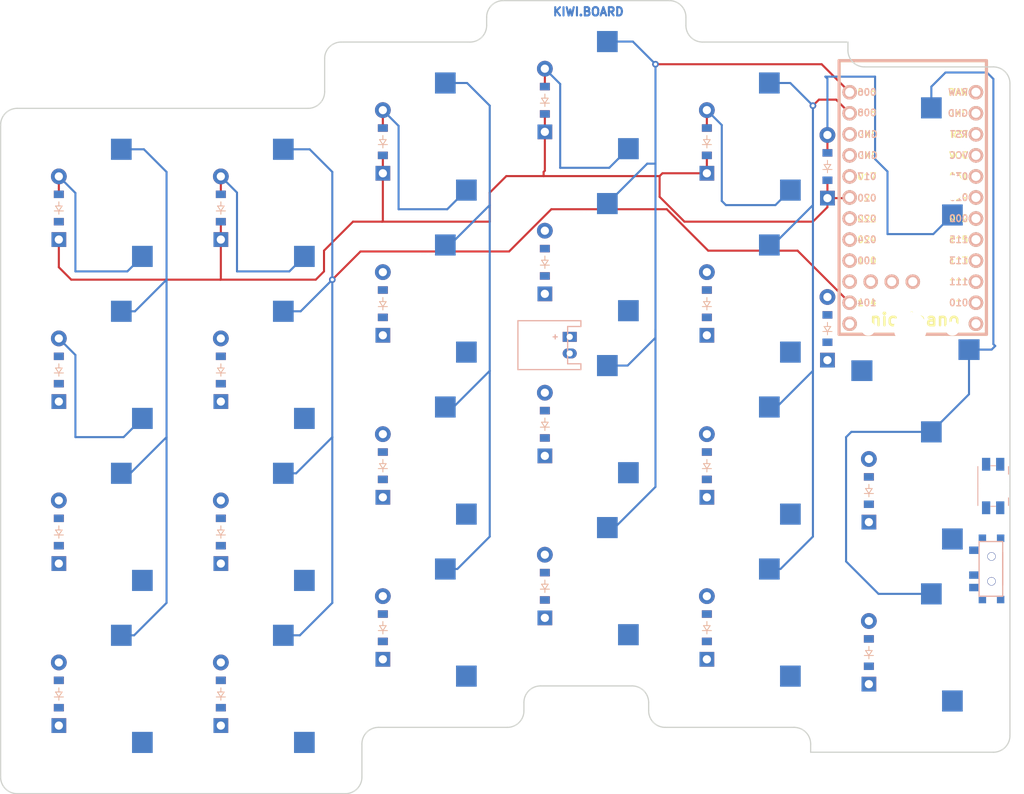
<source format=kicad_pcb>
(kicad_pcb (version 20240108) (generator "pcbnew") (generator_version "8.0")
  (title_block (title "left") (rev "v1.0.0") (company "Unknown"))
  (layers (0 "F.Cu" signal) (31 "B.Cu" signal) (34 "B.Paste" user) (35 "F.Paste" user) (36 "B.SilkS" user "B.Silkscreen") (37 "F.SilkS" user "F.Silkscreen") (38 "B.Mask" user) (39 "F.Mask" user) (44 "Edge.Cuts" user))
  (net 0 "")
  (net 1 "P106")
  (net 2 "outer_bottom")
  (net 3 "outer_home")
  (net 4 "outer_top")
  (net 5 "outer_num")
  (net 6 "P104")
  (net 7 "pinky_bottom")
  (net 8 "pinky_home")
  (net 9 "pinky_top")
  (net 10 "pinky_num")
  (net 11 "P011")
  (net 12 "ring_bottom")
  (net 13 "ring_home")
  (net 14 "ring_top")
  (net 15 "ring_num")
  (net 16 "P006")
  (net 17 "middle_bottom")
  (net 18 "middle_home")
  (net 19 "middle_top")
  (net 20 "middle_num")
  (net 21 "P008")
  (net 22 "index_bottom")
  (net 23 "index_home")
  (net 24 "index_top")
  (net 25 "index_num")
  (net 26 "P031")
  (net 27 "inner_bottom")
  (net 28 "inner_home")
  (net 29 "inner_num")
  (net 30 "inner_top")
  (net 31 "RAW")
  (net 32 "GND")
  (net 33 "RST")
  (net 34 "VCC")
  (net 35 "P029")
  (net 36 "P002")
  (net 37 "P115")
  (net 38 "P113")
  (net 39 "P111")
  (net 40 "P010")
  (net 41 "P009")
  (net 42 "P017")
  (net 43 "P020")
  (net 44 "P022")
  (net 45 "P024")
  (net 46 "P100")
  (net 47 "P101")
  (net 48 "P102")
  (net 49 "P107")
  (net 50 "pos")
  (footprint "E73:SPDT_C128955" (layer "F.Cu") (at 151.55 166.9 -90)
    (property "Reference" "T1" (hide yes))
    (property "Value" "" (hide yes))
  )
  (footprint "MX" (layer "F.Cu") (at 122.2 174 -90)
    (property "Reference" "S17" (hide yes))
    (property "Value" "" (hide yes))
  )
  (footprint "MX" (layer "F.Cu") (at 141.75 137.9 180)
    (property "Reference" "S24" (hide yes))
    (property "Value" "" (hide yes))
  )
  (footprint "MX" (layer "F.Cu") (at 44 162.45 -90)
    (property "Reference" "S2" (hide yes))
    (property "Value" "" (hide yes))
  )
  (footprint "MX" (layer "F.Cu") (at 83.1 174 -90)
    (property "Reference" "S9" (hide yes))
    (property "Value" "" (hide yes))
  )
  (footprint "ComboDiode" (layer "F.Cu") (at 39 162.45 90)
    (property "Reference" "D2" (hide yes))
    (property "Value" "" (hide yes))
  )
  (footprint "MX" (layer "F.Cu") (at 102.65 129.9 -90)
    (property "Reference" "S15" (hide yes))
    (property "Value" "" (hide yes))
  )
  (footprint "ComboDiode" (layer "F.Cu") (at 58.55 182 90)
    (property "Reference" "D5" (hide yes))
    (property "Value" "" (hide yes))
  )
  (footprint "ComboDiode" (layer "F.Cu") (at 78.1 115.35 90)
    (property "Reference" "D12" (hide yes))
    (property "Value" "" (hide yes))
  )
  (footprint "MX" (layer "F.Cu") (at 122.2 154.45 -90)
    (property "Reference" "S18" (hide yes))
    (property "Value" "" (hide yes))
  )
  (footprint "ComboDiode" (layer "F.Cu") (at 136.75 157.45 90)
    (property "Reference" "D22" (hide yes))
    (property "Value" "" (hide yes))
  )
  (footprint "MX" (layer "F.Cu") (at 63.55 142.9 -90)
    (property "Reference" "S7" (hide yes))
    (property "Value" "" (hide yes))
  )
  (footprint "MX" (layer "F.Cu") (at 44 123.35 -90)
    (property "Reference" "S4" (hide yes))
    (property "Value" "" (hide yes))
  )
  (footprint "ComboDiode" (layer "F.Cu") (at 58.55 162.45 90)
    (property "Reference" "D6" (hide yes))
    (property "Value" "" (hide yes))
  )
  (footprint "ComboDiode" (layer "F.Cu") (at 58.55 123.35 90)
    (property "Reference" "D8" (hide yes))
    (property "Value" "" (hide yes))
  )
  (footprint "ComboDiode" (layer "F.Cu") (at 117.2 154.45 90)
    (property "Reference" "D18" (hide yes))
    (property "Value" "" (hide yes))
  )
  (footprint "ComboDiode" (layer "F.Cu") (at 78.1 134.9 90)
    (property "Reference" "D11" (hide yes))
    (property "Value" "" (hide yes))
  )
  (footprint "ComboDiode" (layer "F.Cu") (at 117.2 134.9 90)
    (property "Reference" "D19" (hide yes))
    (property "Value" "" (hide yes))
  )
  (footprint "MX" (layer "F.Cu") (at 141.75 157.45 -90)
    (property "Reference" "S22" (hide yes))
    (property "Value" "" (hide yes))
  )
  (footprint "Panasonic_EVQPUL_EVQPUC" (layer "F.Cu") (at 151.75 156.9 -90)
    (property "Reference" "B1" (hide yes))
    (property "Value" "Panasonic_EVQPUL_EVQPUC" (hide yes))
  )
  (footprint "ComboDiode" (layer "F.Cu") (at 131.75 137.9 90)
    (property "Reference" "D23" (hide yes))
    (property "Value" "" (hide yes))
  )
  (footprint "ComboDiode" (layer "F.Cu") (at 117.2 115.35 90)
    (property "Reference" "D20" (hide yes))
    (property "Value" "" (hide yes))
  )
  (footprint "ComboDiode" (layer "F.Cu") (at 39 182 90)
    (property "Reference" "D1" (hide yes))
    (property "Value" "" (hide yes))
  )
  (footprint "ComboDiode" (layer "F.Cu") (at 78.1 174 90)
    (property "Reference" "D9" (hide yes))
    (property "Value" "" (hide yes))
  )
  (footprint "MX" (layer "F.Cu") (at 141.75 118.35 -90)
    (property "Reference" "S23" (hide yes))
    (property "Value" "" (hide yes))
  )
  (footprint "MX" (layer "F.Cu") (at 63.55 162.45 -90)
    (property "Reference" "S6" (hide yes))
    (property "Value" "" (hide yes))
  )
  (footprint "MX" (layer "F.Cu") (at 102.65 169 -90)
    (property "Reference" "S13" (hide yes))
    (property "Value" "" (hide yes))
  )
  (footprint "ComboDiode" (layer "F.Cu") (at 58.55 142.9 90)
    (property "Reference" "D7" (hide yes))
    (property "Value" "" (hide yes))
  )
  (footprint "MX" (layer "F.Cu") (at 44 182 -90)
    (property "Reference" "S1" (hide yes))
    (property "Value" "" (hide yes))
  )
  (footprint "MX" (layer "F.Cu") (at 63.55 123.35 -90)
    (property "Reference" "S8" (hide yes))
    (property "Value" "" (hide yes))
  )
  (footprint "nice_nano" (layer "F.Cu") (at 142.05 123.35 -90)
    (property "Reference" "MCU1" (hide yes))
    (property "Value" "nice_nano" (hide yes))
  )
  (footprint "MX" (layer "F.Cu") (at 83.1 134.9 -90)
    (property "Reference" "S11" (hide yes))
    (property "Value" "" (hide yes))
  )
  (footprint "ComboDiode" (layer "F.Cu") (at 39 142.9 90)
    (property "Reference" "D3" (hide yes))
    (property "Value" "" (hide yes))
  )
  (footprint "ComboDiode" (layer "F.Cu") (at 39 123.35 90)
    (property "Reference" "D4" (hide yes))
    (property "Value" "" (hide yes))
  )
  (footprint "ComboDiode" (layer "F.Cu") (at 131.75 118.35 90)
    (property "Reference" "D24" (hide yes))
    (property "Value" "" (hide yes))
  )
  (footprint "ComboDiode" (layer "F.Cu") (at 136.75 177 90)
    (property "Reference" "D21" (hide yes))
    (property "Value" "" (hide yes))
  )
  (footprint "ComboDiode" (layer "F.Cu") (at 97.65 169 90)
    (property "Reference" "D13" (hide yes))
    (property "Value" "" (hide yes))
  )
  (footprint "MX" (layer "F.Cu") (at 102.65 110.35 -90)
    (property "Reference" "S16" (hide yes))
    (property "Value" "" (hide yes))
  )
  (footprint "MX" (layer "F.Cu") (at 63.55 182 -90)
    (property "Reference" "S5" (hide yes))
    (property "Value" "" (hide yes))
  )
  (footprint "ComboDiode" (layer "F.Cu") (at 117.2 174 90)
    (property "Reference" "D17" (hide yes))
    (property "Value" "" (hide yes))
  )
  (footprint "MX" (layer "F.Cu") (at 122.2 134.9 -90)
    (property "Reference" "S19" (hide yes))
    (property "Value" "" (hide yes))
  )
  (footprint "MX" (layer "F.Cu") (at 44 142.9 -90)
    (property "Reference" "S3" (hide yes))
    (property "Value" "" (hide yes))
  )
  (footprint "MX" (layer "F.Cu") (at 122.2 115.35 -90)
    (property "Reference" "S20" (hide yes))
    (property "Value" "" (hide yes))
  )
  (footprint "MX" (layer "F.Cu") (at 83.1 115.35 -90)
    (property "Reference" "S12" (hide yes))
    (property "Value" "" (hide yes))
  )
  (footprint "MX" (layer "F.Cu") (at 83.1 154.45 -90)
    (property "Reference" "S10" (hide yes))
    (property "Value" "" (hide yes))
  )
  (footprint "ComboDiode" (layer "F.Cu") (at 97.65 129.9 90)
    (property "Reference" "D15" (hide yes))
    (property "Value" "" (hide yes))
  )
  (footprint "ComboDiode" (layer "F.Cu") (at 97.65 149.45 90)
    (property "Reference" "D14" (hide yes))
    (property "Value" "" (hide yes))
  )
  (footprint "MX" (layer "F.Cu") (at 141.75 177 -90)
    (property "Reference" "S21" (hide yes))
    (property "Value" "" (hide yes))
  )
  (footprint "MX" (layer "F.Cu") (at 102.65 149.45 -90)
    (property "Reference" "S14" (hide yes))
    (property "Value" "" (hide yes))
  )
  (footprint "ComboDiode" (layer "F.Cu") (at 78.1 154.45 90)
    (property "Reference" "D10" (hide yes))
    (property "Value" "" (hide yes))
  )
  (footprint "JST_PH_S2B-PH-K_02x2.00mm_Angled" (layer "F.Cu") (at 100.65 139.9 -90)
    (property "Reference" "JST1" (hide yes))
    (property "Value" "" (hide yes))
  )
  (footprint "ComboDiode" (layer "F.Cu") (at 97.65 110.35 90)
    (property "Reference" "D16" (hide yes))
    (property "Value" "" (hide yes))
  )
  (gr_line (start 33.975 194.025) (end 73.575 194.025) (stroke (width 0.15)) (layer "Edge.Cuts"))
  (gr_line (start 90.625 100.325) (end 90.625 101.325) (stroke (width 0.15)) (layer "Edge.Cuts"))
  (gr_arc (start 116.675 103.325) (mid 115.260786 102.739214) (end 114.675 101.325) (stroke (width 0.15)) (layer "Edge.Cuts"))
  (gr_line (start 33.975 111.325) (end 69.075 111.325) (stroke (width 0.15)) (layer "Edge.Cuts"))
  (gr_line (start 112.175 186.025) (end 127.725 186.025) (stroke (width 0.15)) (layer "Edge.Cuts"))
  (gr_line (start 95.125 184.025) (end 95.125 183.025) (stroke (width 0.15)) (layer "Edge.Cuts"))
  (gr_arc (start 151.775 106.325) (mid 153.189214 106.910786) (end 153.775 108.325) (stroke (width 0.15)) (layer "Edge.Cuts"))
  (gr_arc (start 112.675 98.325) (mid 114.089214 98.910786) (end 114.675 100.325) (stroke (width 0.15)) (layer "Edge.Cuts"))
  (gr_arc (start 31.975 113.325) (mid 32.560786 111.910786) (end 33.975 111.325) (stroke (width 0.15)) (layer "Edge.Cuts"))
  (gr_line (start 97.125 181.025) (end 108.175 181.025) (stroke (width 0.15)) (layer "Edge.Cuts"))
  (gr_arc (start 90.625 101.325) (mid 90.039214 102.739214) (end 88.625 103.325) (stroke (width 0.15)) (layer "Edge.Cuts"))
  (gr_line (start 151.775 106.325) (end 136.225 106.325) (stroke (width 0.15)) (layer "Edge.Cuts"))
  (gr_line (start 114.675 101.325) (end 114.675 100.325) (stroke (width 0.15)) (layer "Edge.Cuts"))
  (gr_arc (start 108.175 181.025) (mid 109.589214 181.610786) (end 110.175 183.025) (stroke (width 0.15)) (layer "Edge.Cuts"))
  (gr_line (start 153.775 187.025) (end 153.775 108.325) (stroke (width 0.15)) (layer "Edge.Cuts"))
  (gr_line (start 88.625 103.325) (end 73.075 103.325) (stroke (width 0.15)) (layer "Edge.Cuts"))
  (gr_arc (start 90.625 100.325) (mid 91.210786 98.910786) (end 92.625 98.325) (stroke (width 0.15)) (layer "Edge.Cuts"))
  (gr_arc (start 153.775 187.025) (mid 153.189214 188.439214) (end 151.775 189.025) (stroke (width 0.15)) (layer "Edge.Cuts"))
  (gr_line (start 129.725 188.025) (end 129.725 189.025) (stroke (width 0.15)) (layer "Edge.Cuts"))
  (gr_arc (start 33.975 194.025) (mid 32.560786 193.439214) (end 31.975 192.025) (stroke (width 0.15)) (layer "Edge.Cuts"))
  (gr_arc (start 71.075 105.325) (mid 71.660786 103.910786) (end 73.075 103.325) (stroke (width 0.15)) (layer "Edge.Cuts"))
  (gr_arc (start 75.575 188.025) (mid 76.160786 186.610786) (end 77.575 186.025) (stroke (width 0.15)) (layer "Edge.Cuts"))
  (gr_line (start 134.225 103.325) (end 116.675 103.325) (stroke (width 0.15)) (layer "Edge.Cuts"))
  (gr_arc (start 95.125 184.025) (mid 94.539214 185.439214) (end 93.125 186.025) (stroke (width 0.15)) (layer "Edge.Cuts"))
  (gr_line (start 71.075 105.325) (end 71.075 109.325) (stroke (width 0.15)) (layer "Edge.Cuts"))
  (gr_arc (start 95.125 183.025) (mid 95.710786 181.610786) (end 97.125 181.025) (stroke (width 0.15)) (layer "Edge.Cuts"))
  (gr_arc (start 75.575 192.025) (mid 74.989214 193.439214) (end 73.575 194.025) (stroke (width 0.15)) (layer "Edge.Cuts"))
  (gr_line (start 110.175 183.025) (end 110.175 184.025) (stroke (width 0.15)) (layer "Edge.Cuts"))
  (gr_arc (start 136.225 106.325) (mid 134.810786 105.739214) (end 134.225 104.325) (stroke (width 0.15)) (layer "Edge.Cuts"))
  (gr_arc (start 127.725 186.025) (mid 129.139214 186.610786) (end 129.725 188.025) (stroke (width 0.15)) (layer "Edge.Cuts"))
  (gr_line (start 75.575 192.025) (end 75.575 188.025) (stroke (width 0.15)) (layer "Edge.Cuts"))
  (gr_arc (start 71.075 109.325) (mid 70.489214 110.739214) (end 69.075 111.325) (stroke (width 0.15)) (layer "Edge.Cuts"))
  (gr_line (start 77.575 186.025) (end 93.125 186.025) (stroke (width 0.15)) (layer "Edge.Cuts"))
  (gr_arc (start 112.175 186.025) (mid 110.760786 185.439214) (end 110.175 184.025) (stroke (width 0.15)) (layer "Edge.Cuts"))
  (gr_line (start 129.725 189.025) (end 151.775 189.025) (stroke (width 0.15)) (layer "Edge.Cuts"))
  (gr_line (start 112.675 98.325) (end 92.625 98.325) (stroke (width 0.15)) (layer "Edge.Cuts"))
  (gr_line (start 134.225 104.325) (end 134.225 103.325) (stroke (width 0.15)) (layer "Edge.Cuts"))
  (gr_line (start 31.975 192.025) (end 31.975 113.325) (stroke (width 0.15)) (layer "Edge.Cuts"))
  (gr_text "KIWI.BOARD" (at 98.5 100.25 0) (layer "B.Cu") (effects (font (size 1 1) (thickness 0.25) (bold yes)) (justify left bottom)))
  (segment (start 52 132) (end 48.185 135.815) (width 0.25) (layer "B.Cu") (net 1))
  (segment (start 52 151) (end 52 171) (width 0.25) (layer "B.Cu") (net 1))
  (segment (start 52 171) (end 48.085 174.915) (width 0.25) (layer "B.Cu") (net 1))
  (segment (start 46.54 116.265) (end 49.265 116.265) (width 0.25) (layer "B.Cu") (net 1))
  (segment (start 49.265 116.265) (end 52 119) (width 0.25) (layer "B.Cu") (net 1))
  (segment (start 52 132) (end 52 151) (width 0.25) (layer "B.Cu") (net 1))
  (segment (start 52 151) (end 47.635 155.365) (width 0.25) (layer "B.Cu") (net 1))
  (segment (start 48.085 174.915) (end 46.54 174.915) (width 0.25) (layer "B.Cu") (net 1))
  (segment (start 52 119) (end 52 132) (width 0.25) (layer "B.Cu") (net 1))
  (segment (start 48.185 135.815) (end 46.54 135.815) (width 0.25) (layer "B.Cu") (net 1))
  (segment (start 47.635 155.365) (end 46.54 155.365) (width 0.25) (layer "B.Cu") (net 1))
  (segment (start 41 141.09) (end 41 151) (width 0.25) (layer "B.Cu") (net 4))
  (segment (start 39 139.09) (end 41 141.09) (width 0.25) (layer "B.Cu") (net 4))
  (segment (start 41 151) (end 46.822 151) (width 0.25) (layer "B.Cu") (net 4))
  (segment (start 46.822 151) (end 49.08 148.742) (width 0.25) (layer "B.Cu") (net 4))
  (segment (start 39 119.54) (end 39 121.7) (width 0.25) (layer "F.Cu") (net 5))
  (segment (start 47.272 131) (end 49.08 129.192) (width 0.25) (layer "B.Cu") (net 5))
  (segment (start 41 131) (end 47.272 131) (width 0.25) (layer "B.Cu") (net 5))
  (segment (start 39 119.54) (end 41 121.54) (width 0.25) (layer "B.Cu") (net 5))
  (segment (start 41 121.54) (end 41 131) (width 0.25) (layer "B.Cu") (net 5))
  (segment (start 72 132) (end 75.4059 128.5941) (width 0.25) (layer "F.Cu") (net 6))
  (segment (start 112.363604 123.5) (end 117.363604 128.5) (width 0.25) (layer "F.Cu") (net 6))
  (segment (start 75.4059 128.5941) (end 93.339242 128.5941) (width 0.25) (layer "F.Cu") (net 6))
  (segment (start 93.339242 128.5941) (end 98.433342 123.5) (width 0.25) (layer "F.Cu") (net 6))
  (segment (start 98.433342 123.5) (end 112.363604 123.5) (width 0.25) (layer "F.Cu") (net 6))
  (segment (start 128.15 128.5) (end 134.43 134.78) (width 0.25) (layer "F.Cu") (net 6))
  (segment (start 117.363604 128.5) (end 128.15 128.5) (width 0.25) (layer "F.Cu") (net 6))
  (via (at 72 132) (size 0.8) (drill 0.4) (layers "F.Cu" "B.Cu") (net 6))
  (segment (start 69.265 116.265) (end 72 119) (width 0.25) (layer "B.Cu") (net 6))
  (segment (start 72 119) (end 72 132) (width 0.25) (layer "B.Cu") (net 6))
  (segment (start 72 132) (end 72 151) (width 0.25) (layer "B.Cu") (net 6))
  (segment (start 72 132) (end 68.185 135.815) (width 0.25) (layer "B.Cu") (net 6))
  (segment (start 72 171) (end 68.085 174.915) (width 0.25) (layer "B.Cu") (net 6))
  (segment (start 72 151) (end 67.635 155.365) (width 0.25) (layer "B.Cu") (net 6))
  (segment (start 68.185 135.815) (end 66.09 135.815) (width 0.25) (layer "B.Cu") (net 6))
  (segment (start 68.085 174.915) (end 66.09 174.915) (width 0.25) (layer "B.Cu") (net 6))
  (segment (start 67.635 155.365) (end 66.09 155.365) (width 0.25) (layer "B.Cu") (net 6))
  (segment (start 66.09 116.265) (end 69.265 116.265) (width 0.25) (layer "B.Cu") (net 6))
  (segment (start 72 151) (end 72 171) (width 0.25) (layer "B.Cu") (net 6))
  (segment (start 58.55 121.7) (end 58.55 119.54) (width 0.25) (layer "F.Cu") (net 10))
  (segment (start 58.55 119.54) (end 60.5 121.49) (width 0.25) (layer "B.Cu") (net 10))
  (segment (start 66.822 131) (end 68.63 129.192) (width 0.25) (layer "B.Cu") (net 10))
  (segment (start 60.5 131) (end 66.822 131) (width 0.25) (layer "B.Cu") (net 10))
  (segment (start 60.5 121.49) (end 60.5 131) (width 0.25) (layer "B.Cu") (net 10))
  (segment (start 88.265 108.265) (end 91 111) (width 0.25) (layer "B.Cu") (net 11))
  (segment (start 86.185 127.815) (end 85.64 127.815) (width 0.25) (layer "B.Cu") (net 11))
  (segment (start 91 111) (end 91 123) (width 0.25) (layer "B.Cu") (net 11))
  (segment (start 85.64 108.265) (end 88.265 108.265) (width 0.25) (layer "B.Cu") (net 11))
  (segment (start 91 123) (end 86.185 127.815) (width 0.25) (layer "B.Cu") (net 11))
  (segment (start 86.635 147.365) (end 85.64 147.365) (width 0.25) (layer "B.Cu") (net 11))
  (segment (start 91 123) (end 91 143) (width 0.25) (layer "B.Cu") (net 11))
  (segment (start 91 143) (end 86.635 147.365) (width 0.25) (layer "B.Cu") (net 11))
  (segment (start 87.085 166.915) (end 85.64 166.915) (width 0.25) (layer "B.Cu") (net 11))
  (segment (start 91 163) (end 87.085 166.915) (width 0.25) (layer "B.Cu") (net 11))
  (segment (start 91 143) (end 91 163) (width 0.25) (layer "B.Cu") (net 11))
  (segment (start 78.1 113.7) (end 78.1 111.54) (width 0.25) (layer "F.Cu") (net 15))
  (segment (start 78.1 111.54) (end 80 113.44) (width 0.25) (layer "B.Cu") (net 15))
  (segment (start 80 123.5) (end 85.872 123.5) (width 0.25) (layer "B.Cu") (net 15))
  (segment (start 80 113.44) (end 80 123.5) (width 0.25) (layer "B.Cu") (net 15))
  (segment (start 85.872 123.5) (end 88.18 121.192) (width 0.25) (layer "B.Cu") (net 15))
  (segment (start 131.05 106) (end 134.43 109.38) (width 0.25) (layer "F.Cu") (net 16))
  (segment (start 111 106) (end 131.05 106) (width 0.25) (layer "F.Cu") (net 16))
  (via (at 111 106) (size 0.8) (drill 0.4) (layers "F.Cu" "B.Cu") (net 16))
  (segment (start 111 138) (end 111 139) (width 0.25) (layer "B.Cu") (net 16))
  (segment (start 111 118) (end 111 138) (width 0.25) (layer "B.Cu") (net 16))
  (segment (start 111 139) (end 107.635 142.365) (width 0.25) (layer "B.Cu") (net 16))
  (segment (start 107.635 142.365) (end 105.19 142.365) (width 0.25) (layer "B.Cu") (net 16))
  (segment (start 111 157) (end 106.085 161.915) (width 0.25) (layer "B.Cu") (net 16))
  (segment (start 110.005 118) (end 105.19 122.815) (width 0.25) (layer "B.Cu") (net 16))
  (segment (start 105.19 103.265) (end 108.265 103.265) (width 0.25) (layer "B.Cu") (net 16))
  (segment (start 106.085 161.915) (end 105.19 161.915) (width 0.25) (layer "B.Cu") (net 16))
  (segment (start 111 138) (end 111 157) (width 0.25) (layer "B.Cu") (net 16))
  (segment (start 111 118) (end 110.005 118) (width 0.25) (layer "B.Cu") (net 16))
  (segment (start 108.265 103.265) (end 111 106) (width 0.25) (layer "B.Cu") (net 16))
  (segment (start 111 106) (end 111 118) (width 0.25) (layer "B.Cu") (net 16))
  (segment (start 97.65 108.7) (end 97.65 106.54) (width 0.25) (layer "F.Cu") (net 20))
  (segment (start 99.5 118.5) (end 105.422 118.5) (width 0.25) (layer "B.Cu") (net 20))
  (segment (start 97.65 106.54) (end 99.5 108.39) (width 0.25) (layer "B.Cu") (net 20))
  (segment (start 105.422 118.5) (end 107.73 116.192) (width 0.25) (layer "B.Cu") (net 20))
  (segment (start 99.5 108.39) (end 99.5 118.5) (width 0.25) (layer "B.Cu") (net 20))
  (segment (start 132.800305 110.275) (end 134.43 111.904695) (width 0.25) (layer "F.Cu") (net 21))
  (segment (start 130.725 110.275) (end 132.800305 110.275) (width 0.25) (layer "F.Cu") (net 21))
  (segment (start 134.43 111.904695) (end 134.43 111.92) (width 0.25) (layer "F.Cu") (net 21))
  (segment (start 130 111) (end 130.725 110.275) (width 0.25) (layer "F.Cu") (net 21))
  (via (at 130 111) (size 0.8) (drill 0.4) (layers "F.Cu" "B.Cu") (net 21))
  (segment (start 125.635 147.365) (end 124.74 147.365) (width 0.25) (layer "B.Cu") (net 21))
  (segment (start 130 143) (end 130 163) (width 0.25) (layer "B.Cu") (net 21))
  (segment (start 130 111) (end 130 123) (width 0.25) (layer "B.Cu") (net 21))
  (segment (start 126.085 166.915) (end 124.74 166.915) (width 0.25) (layer "B.Cu") (net 21))
  (segment (start 125.185 127.815) (end 124.74 127.815) (width 0.25) (layer "B.Cu") (net 21))
  (segment (start 130 123) (end 130 143) (width 0.25) (layer "B.Cu") (net 21))
  (segment (start 127.265 108.265) (end 130 111) (width 0.25) (layer "B.Cu") (net 21))
  (segment (start 130 143) (end 125.635 147.365) (width 0.25) (layer "B.Cu") (net 21))
  (segment (start 124.74 108.265) (end 127.265 108.265) (width 0.25) (layer "B.Cu") (net 21))
  (segment (start 130 163) (end 126.085 166.915) (width 0.25) (layer "B.Cu") (net 21))
  (segment (start 130 123) (end 125.185 127.815) (width 0.25) (layer "B.Cu") (net 21))
  (segment (start 117.2 113.7) (end 117.2 111.54) (width 0.25) (layer "F.Cu") (net 25))
  (segment (start 119.5 123) (end 125.472 123) (width 0.25) (layer "B.Cu") (net 25))
  (segment (start 119 113.34) (end 119 122.5) (width 0.25) (layer "B.Cu") (net 25))
  (segment (start 119 122.5) (end 119.5 123) (width 0.25) (layer "B.Cu") (net 25))
  (segment (start 117.2 111.54) (end 119 113.34) (width 0.25) (layer "B.Cu") (net 25))
  (segment (start 125.472 123) (end 127.28 121.192) (width 0.25) (layer "B.Cu") (net 25))
  (segment (start 148.835 140.44) (end 148.835 145.82) (width 0.25) (layer "B.Cu") (net 26))
  (segment (start 152 140) (end 151.56 140.44) (width 0.25) (layer "B.Cu") (net 26))
  (segment (start 134.635 150.365) (end 134 151) (width 0.25) (layer "B.Cu") (net 26))
  (segment (start 151.775 107.775) (end 151.775 139.775) (width 0.25) (layer "B.Cu") (net 26))
  (segment (start 134 166) (end 137.915 169.915) (width 0.25) (layer "B.Cu") (net 26))
  (segment (start 146 107) (end 151 107) (width 0.25) (layer "B.Cu") (net 26))
  (segment (start 151.775 139.775) (end 152 140) (width 0.25) (layer "B.Cu") (net 26))
  (segment (start 151 107) (end 151.775 107.775) (width 0.25) (layer "B.Cu") (net 26))
  (segment (start 148.835 145.82) (end 144.29 150.365) (width 0.25) (layer "B.Cu") (net 26))
  (segment (start 151.56 140.44) (end 148.835 140.44) (width 0.25) (layer "B.Cu") (net 26))
  (segment (start 137.915 169.915) (end 144.29 169.915) (width 0.25) (layer "B.Cu") (net 26))
  (segment (start 144.29 111.265) (end 144.29 108.71) (width 0.25) (layer "B.Cu") (net 26))
  (segment (start 144.29 108.71) (end 146 107) (width 0.25) (layer "B.Cu") (net 26))
  (segment (start 134 151) (end 134 166) (width 0.25) (layer "B.Cu") (net 26))
  (segment (start 144.29 150.365) (end 134.635 150.365) (width 0.25) (layer "B.Cu") (net 26))
  (segment (start 131.75 116.7) (end 131.75 114.54) (width 0.25) (layer "F.Cu") (net 29))
  (segment (start 144.522 126.5) (end 146.83 124.192) (width 0.25) (layer "B.Cu") (net 29))
  (segment (start 131.75 114.54) (end 131.75 107.75) (width 0.25) (layer "B.Cu") (net 29))
  (segment (start 137.5 107.5) (end 137.5 117.450131) (width 0.25) (layer "B.Cu") (net 29))
  (segment (start 131.5 107.5) (end 137.5 107.5) (width 0.25) (layer "B.Cu") (net 29))
  (segment (start 131.75 107.75) (end 131.5 107.5) (width 0.25) (layer "B.Cu") (net 29))
  (segment (start 137.5 117.450131) (end 139 118.950131) (width 0.25) (layer "B.Cu") (net 29))
  (segment (start 139 118.950131) (end 139 126.5) (width 0.25) (layer "B.Cu") (net 29))
  (segment (start 139 126.5) (end 144.522 126.5) (width 0.25) (layer "B.Cu") (net 29))
  (segment (start 117.2 119.16) (end 117.2 117) (width 0.25) (layer "F.Cu") (net 43))
  (segment (start 134.35 122.16) (end 134.43 122.08) (width 0.25) (layer "F.Cu") (net 43))
  (segment (start 74.5 125) (end 71 128.5) (width 0.25) (layer "F.Cu") (net 43))
  (segment (start 39 130.5) (end 39 127.16) (width 0.25) (layer "F.Cu") (net 43))
  (segment (start 114.5 125) (end 130 125) (width 0.25) (layer "F.Cu") (net 43))
  (segment (start 111.5 119.5) (end 111.5 122) (width 0.25) (layer "F.Cu") (net 43))
  (segment (start 93 119.5) (end 97.5 119.5) (width 0.25) (layer "F.Cu") (net 43))
  (segment (start 97.5 119.5) (end 111.5 119.5) (width 0.25) (layer "F.Cu") (net 43))
  (segment (start 131.75 120) (end 131.75 122.16) (width 0.25) (layer "F.Cu") (net 43))
  (segment (start 111.84 119.16) (end 117.2 119.16) (width 0.25) (layer "F.Cu") (net 43))
  (segment (start 78 125) (end 91 125) (width 0.25) (layer "F.Cu") (net 43))
  (segment (start 97.5 119) (end 97.65 118.85) (width 0.25) (layer "F.Cu") (net 43))
  (segment (start 58.55 125) (end 58.55 131.95) (width 0.25) (layer "F.Cu") (net 43))
  (segment (start 97.65 118.85) (end 97.65 112) (width 0.25) (layer "F.Cu") (net 43))
  (segment (start 71 131) (end 70 132) (width 0.25) (layer "F.Cu") (net 43))
  (segment (start 70 132) (end 58.5 132) (width 0.25) (layer "F.Cu") (net 43))
  (segment (start 130 125) (end 131.75 123.25) (width 0.25) (layer "F.Cu") (net 43))
  (segment (start 71 128.5) (end 71 131) (width 0.25) (layer "F.Cu") (net 43))
  (segment (start 131.75 123.25) (end 131.75 122.16) (width 0.25) (layer "F.Cu") (net 43))
  (segment (start 131.75 122.16) (end 134.35 122.16) (width 0.25) (layer "F.Cu") (net 43))
  (segment (start 78 125) (end 78.1 124.9) (width 0.25) (layer "F.Cu") (net 43))
  (segment (start 40.5 132) (end 39 130.5) (width 0.25) (layer "F.Cu") (net 43))
  (segment (start 91 125) (end 91 121.5) (width 0.25) (layer "F.Cu") (net 43))
  (segment (start 111.5 122) (end 114.5 125) (width 0.25) (layer "F.Cu") (net 43))
  (segment (start 58.55 131.95) (end 58.5 132) (width 0.25) (layer "F.Cu") (net 43))
  (segment (start 91 121.5) (end 93 119.5) (width 0.25) (layer "F.Cu") (net 43))
  (segment (start 78 125) (end 74.5 125) (width 0.25) (layer "F.Cu") (net 43))
  (segment (start 97.5 119.5) (end 97.5 119) (width 0.25) (layer "F.Cu") (net 43))
  (segment (start 58.5 132) (end 40.5 132) (width 0.25) (layer "F.Cu") (net 43))
  (segment (start 78.1 124.9) (end 78.1 117) (width 0.25) (layer "F.Cu") (net 43))
  (segment (start 111.5 119.5) (end 111.84 119.16) (width 0.25) (layer "F.Cu") (net 43))
)
</source>
